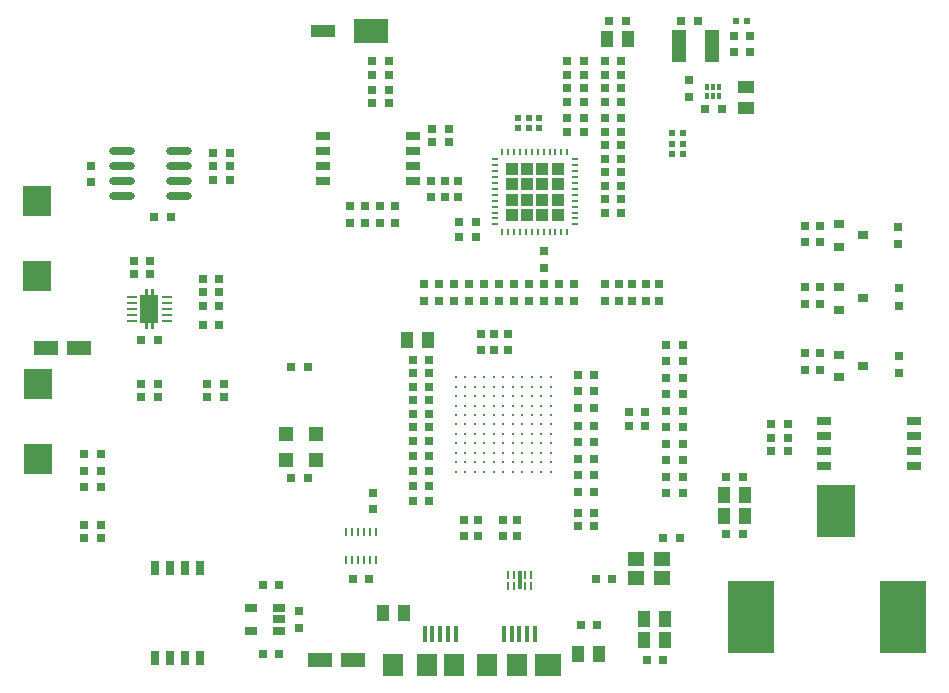
<source format=gtp>
%FSLAX25Y25*%
%MOIN*%
G70*
G01*
G75*
G04 Layer_Color=8421504*
%ADD10C,0.01100*%
%ADD11C,0.01200*%
%ADD12C,0.03937*%
%ADD13R,0.04449X0.05787*%
%ADD14C,0.00945*%
%ADD15R,0.03937X0.02756*%
%ADD16R,0.00984X0.02362*%
%ADD17R,0.02362X0.00984*%
%ADD18R,0.20079X0.20079*%
%ADD19R,0.03347X0.01102*%
%ADD20R,0.06496X0.09449*%
%ADD21O,0.08661X0.02362*%
%ADD22R,0.05512X0.04724*%
%ADD23R,0.01969X0.01969*%
%ADD24R,0.01063X0.03150*%
%ADD25R,0.05079X0.10709*%
%ADD26R,0.03000X0.03000*%
%ADD27R,0.01181X0.01929*%
%ADD28R,0.01181X0.02047*%
%ADD29R,0.05787X0.04449*%
%ADD30R,0.15354X0.24410*%
%ADD31R,0.12992X0.17323*%
%ADD32R,0.03000X0.03000*%
%ADD33R,0.05000X0.02992*%
%ADD34R,0.01969X0.01969*%
%ADD35R,0.05118X0.04921*%
%ADD36R,0.03543X0.03150*%
%ADD37R,0.03100X0.03100*%
%ADD38R,0.00787X0.02658*%
%ADD39R,0.01496X0.06100*%
%ADD40R,0.02992X0.05000*%
%ADD41R,0.01200X0.05300*%
%ADD42R,0.09100X0.07500*%
%ADD43R,0.07100X0.07500*%
%ADD44R,0.09449X0.10236*%
%ADD45R,0.07874X0.04724*%
%ADD46R,0.07874X0.03937*%
%ADD47R,0.11811X0.07874*%
%ADD48C,0.01500*%
%ADD49C,0.00500*%
%ADD50C,0.00800*%
%ADD51C,0.01000*%
%ADD52C,0.02500*%
%ADD53C,0.02000*%
%ADD54C,0.00600*%
%ADD55R,0.05906X0.05906*%
%ADD56C,0.05906*%
%ADD57C,0.07874*%
%ADD58C,0.07000*%
%ADD59C,0.09000*%
%ADD60C,0.12500*%
%ADD61C,0.06000*%
%ADD62C,0.01969*%
%ADD63C,0.03100*%
%ADD64C,0.01400*%
%ADD65C,0.04000*%
%ADD66C,0.05543*%
%ADD67C,0.09874*%
%ADD68C,0.05937*%
%ADD69C,0.07500*%
%ADD70C,0.14500*%
%ADD71C,0.04800*%
%ADD72C,0.03400*%
%ADD73C,0.02700*%
%ADD74C,0.08000*%
%ADD75C,0.02787*%
%ADD76C,0.00984*%
%ADD77C,0.00787*%
%ADD78C,0.02362*%
%ADD79C,0.00394*%
%ADD80C,0.01575*%
%ADD81C,0.01600*%
%ADD82R,0.04331X0.04331*%
G36*
X50567Y117339D02*
X49464D01*
Y119307D01*
X50567D01*
Y117339D01*
D02*
G37*
G36*
X48598D02*
X47496D01*
Y119307D01*
X48598D01*
Y117339D01*
D02*
G37*
G36*
X50567Y128756D02*
X49464D01*
Y130724D01*
X50567D01*
Y128756D01*
D02*
G37*
G36*
X48598D02*
X47496D01*
Y130724D01*
X48598D01*
Y128756D01*
D02*
G37*
D13*
X127016Y22500D02*
D03*
X133984D02*
D03*
X135016Y113500D02*
D03*
X141984D02*
D03*
X214016Y13500D02*
D03*
X220984D02*
D03*
X240516Y55000D02*
D03*
X247484D02*
D03*
X240516Y62000D02*
D03*
X247484D02*
D03*
X208484Y214000D02*
D03*
X201516D02*
D03*
X198984Y9000D02*
D03*
X192016D02*
D03*
X214016Y20500D02*
D03*
X220984D02*
D03*
D14*
X151252Y72902D02*
D03*
Y69752D02*
D03*
Y76051D02*
D03*
X154402D02*
D03*
Y69752D02*
D03*
X157551D02*
D03*
X154402Y72902D02*
D03*
X157551D02*
D03*
X151252Y79201D02*
D03*
X154402D02*
D03*
X157551D02*
D03*
X151252Y82350D02*
D03*
X154402D02*
D03*
X151252Y85500D02*
D03*
X160701Y69752D02*
D03*
Y72902D02*
D03*
X163850Y69752D02*
D03*
X160701Y76051D02*
D03*
X163850Y72902D02*
D03*
X157551Y76051D02*
D03*
Y82350D02*
D03*
X160701Y79201D02*
D03*
X163850Y76051D02*
D03*
X167000D02*
D03*
X160701Y82350D02*
D03*
X163850Y79201D02*
D03*
Y82350D02*
D03*
X151252Y88650D02*
D03*
X154402Y85500D02*
D03*
X151252Y91799D02*
D03*
X154402Y88650D02*
D03*
X157551D02*
D03*
Y85500D02*
D03*
X154402Y91799D02*
D03*
X157551D02*
D03*
X151252Y94949D02*
D03*
X154402D02*
D03*
X151252Y101248D02*
D03*
Y98098D02*
D03*
X154402D02*
D03*
X157551Y94949D02*
D03*
X154402Y101248D02*
D03*
X157551Y98098D02*
D03*
Y101248D02*
D03*
X160701Y88650D02*
D03*
Y85500D02*
D03*
Y94949D02*
D03*
Y91799D02*
D03*
X163850Y85500D02*
D03*
Y94949D02*
D03*
Y88650D02*
D03*
Y91799D02*
D03*
X160701Y101248D02*
D03*
X163850Y98098D02*
D03*
X167000D02*
D03*
X160701D02*
D03*
X167000Y101248D02*
D03*
X163850D02*
D03*
X167000Y69752D02*
D03*
X170150D02*
D03*
X167000Y72902D02*
D03*
X170150D02*
D03*
X173299D02*
D03*
Y69752D02*
D03*
X170150Y76051D02*
D03*
X176449Y72902D02*
D03*
X167000Y79201D02*
D03*
X170150D02*
D03*
X167000Y82350D02*
D03*
X170150D02*
D03*
X173299Y76051D02*
D03*
X176449D02*
D03*
X173299Y79201D02*
D03*
X176449D02*
D03*
X173299Y82350D02*
D03*
X176449Y69752D02*
D03*
X179598D02*
D03*
Y76051D02*
D03*
Y72902D02*
D03*
X182748D02*
D03*
Y69752D02*
D03*
X179598Y79201D02*
D03*
X182748D02*
D03*
X176449Y82350D02*
D03*
X179598D02*
D03*
X182748D02*
D03*
Y76051D02*
D03*
X167000Y85500D02*
D03*
Y88650D02*
D03*
X170150Y85500D02*
D03*
Y88650D02*
D03*
X173299Y85500D02*
D03*
X170150Y91799D02*
D03*
X173299Y88650D02*
D03*
X167000Y94949D02*
D03*
Y91799D02*
D03*
X170150Y101248D02*
D03*
Y98098D02*
D03*
Y94949D02*
D03*
X173299Y91799D02*
D03*
Y101248D02*
D03*
Y94949D02*
D03*
Y98098D02*
D03*
X176449Y85500D02*
D03*
X179598D02*
D03*
X176449Y91799D02*
D03*
Y88650D02*
D03*
X179598D02*
D03*
X182748Y85500D02*
D03*
X179598Y91799D02*
D03*
X182748Y88650D02*
D03*
Y91799D02*
D03*
X176449Y94949D02*
D03*
X179598D02*
D03*
X176449Y101248D02*
D03*
Y98098D02*
D03*
X179598D02*
D03*
X182748Y94949D02*
D03*
X179598Y101248D02*
D03*
X182748Y98098D02*
D03*
Y101248D02*
D03*
D15*
X82776Y16760D02*
D03*
Y24240D02*
D03*
X92225Y16760D02*
D03*
Y24240D02*
D03*
Y20500D02*
D03*
D16*
X168642Y149614D02*
D03*
X166673D02*
D03*
X174547D02*
D03*
X170610D02*
D03*
X172579D02*
D03*
X166673Y176386D02*
D03*
X168642D02*
D03*
X174547D02*
D03*
X170610D02*
D03*
X172579D02*
D03*
X180453Y149614D02*
D03*
X176516D02*
D03*
X178484D02*
D03*
X186358D02*
D03*
X182421D02*
D03*
X184390D02*
D03*
X188327D02*
D03*
X176516Y176386D02*
D03*
X178484D02*
D03*
X184390D02*
D03*
X180453D02*
D03*
X182421D02*
D03*
X186358D02*
D03*
X188327D02*
D03*
D17*
X164114Y152173D02*
D03*
Y156110D02*
D03*
Y154142D02*
D03*
Y160047D02*
D03*
Y158079D02*
D03*
Y167921D02*
D03*
Y171858D02*
D03*
Y169890D02*
D03*
Y162016D02*
D03*
Y165953D02*
D03*
Y163984D02*
D03*
Y173827D02*
D03*
X190886Y156110D02*
D03*
Y152173D02*
D03*
Y154142D02*
D03*
Y160047D02*
D03*
Y158079D02*
D03*
Y162016D02*
D03*
Y165953D02*
D03*
Y163984D02*
D03*
Y167921D02*
D03*
Y171858D02*
D03*
Y169890D02*
D03*
Y173827D02*
D03*
D19*
X43224Y122063D02*
D03*
Y120095D02*
D03*
Y126000D02*
D03*
Y124031D02*
D03*
Y127969D02*
D03*
X54839Y120095D02*
D03*
Y122063D02*
D03*
Y124031D02*
D03*
Y126000D02*
D03*
Y127969D02*
D03*
D20*
X49031Y124031D02*
D03*
D21*
X40051Y161500D02*
D03*
Y166500D02*
D03*
Y171500D02*
D03*
Y176500D02*
D03*
X58949Y161500D02*
D03*
Y171500D02*
D03*
Y166500D02*
D03*
Y176500D02*
D03*
D22*
X211169Y34350D02*
D03*
Y40650D02*
D03*
X219831Y34350D02*
D03*
Y40650D02*
D03*
D23*
X226772Y175500D02*
D03*
X223228D02*
D03*
X226772Y179000D02*
D03*
X223228D02*
D03*
X226772Y182500D02*
D03*
X223228D02*
D03*
X248272Y220000D02*
D03*
X244728D02*
D03*
D24*
X114579Y40276D02*
D03*
X116547D02*
D03*
X118516D02*
D03*
X120484D02*
D03*
X122453D02*
D03*
X124421D02*
D03*
X114579Y49724D02*
D03*
X116547D02*
D03*
X118516D02*
D03*
X120484D02*
D03*
X122453D02*
D03*
X124421D02*
D03*
D25*
X225468Y211500D02*
D03*
X236531D02*
D03*
D26*
X243750Y209500D02*
D03*
X249250D02*
D03*
Y215000D02*
D03*
X243750D02*
D03*
X234250Y190500D02*
D03*
X239750D02*
D03*
X200750Y206500D02*
D03*
X206250D02*
D03*
X200750Y183000D02*
D03*
X206250D02*
D03*
X200750Y193000D02*
D03*
X206250D02*
D03*
Y202000D02*
D03*
X200750D02*
D03*
X206250Y187500D02*
D03*
X200750D02*
D03*
X206250Y197500D02*
D03*
X200750D02*
D03*
X193750Y206500D02*
D03*
X188250D02*
D03*
X123250D02*
D03*
X128750D02*
D03*
X206250Y165000D02*
D03*
X200750D02*
D03*
X206250Y156000D02*
D03*
X200750D02*
D03*
X143250Y179500D02*
D03*
X148750D02*
D03*
X143250Y184000D02*
D03*
X148750D02*
D03*
X206250Y174000D02*
D03*
X200750D02*
D03*
X206250Y178500D02*
D03*
X200750D02*
D03*
X206250Y169500D02*
D03*
X200750D02*
D03*
X188250Y183000D02*
D03*
X193750D02*
D03*
X188250Y187500D02*
D03*
X193750D02*
D03*
Y202000D02*
D03*
X188250D02*
D03*
X193750Y197500D02*
D03*
X188250D02*
D03*
X193750Y193000D02*
D03*
X188250D02*
D03*
X123250Y202000D02*
D03*
X128750D02*
D03*
X123250Y197000D02*
D03*
X128750D02*
D03*
X123250Y192500D02*
D03*
X128750D02*
D03*
X152250Y153000D02*
D03*
X157750D02*
D03*
X152250Y148000D02*
D03*
X157750D02*
D03*
X101750Y67500D02*
D03*
X96250D02*
D03*
X142250Y107000D02*
D03*
X136750D02*
D03*
X32750Y47500D02*
D03*
X27250D02*
D03*
X70250Y167000D02*
D03*
X75750D02*
D03*
X75750Y171500D02*
D03*
X70250D02*
D03*
X75750Y176000D02*
D03*
X70250D02*
D03*
X72281Y118532D02*
D03*
X66781D02*
D03*
X66750Y125000D02*
D03*
X72250D02*
D03*
X66781Y129532D02*
D03*
X72281D02*
D03*
X27250Y75500D02*
D03*
X32750D02*
D03*
X27250Y70000D02*
D03*
X32750D02*
D03*
X27250Y64500D02*
D03*
X32750D02*
D03*
X92250Y9000D02*
D03*
X86750D02*
D03*
X221250Y73500D02*
D03*
X226750D02*
D03*
X221250Y84500D02*
D03*
X226750D02*
D03*
X221250Y95500D02*
D03*
X226750D02*
D03*
Y68000D02*
D03*
X221250D02*
D03*
X226750Y79000D02*
D03*
X221250D02*
D03*
X226750Y90000D02*
D03*
X221250D02*
D03*
X68250Y94500D02*
D03*
X73750D02*
D03*
X68250Y99000D02*
D03*
X73750D02*
D03*
X226750Y101000D02*
D03*
X221250D02*
D03*
X226750Y106500D02*
D03*
X221250D02*
D03*
X226750Y112000D02*
D03*
X221250D02*
D03*
Y62500D02*
D03*
X226750D02*
D03*
X261750Y85500D02*
D03*
X256250D02*
D03*
X261750Y81000D02*
D03*
X256250D02*
D03*
X261750Y76500D02*
D03*
X256250D02*
D03*
X220250Y47500D02*
D03*
X225750D02*
D03*
X203250Y34000D02*
D03*
X197750D02*
D03*
X116750D02*
D03*
X122250D02*
D03*
X27250Y52000D02*
D03*
X32750D02*
D03*
X50700Y154500D02*
D03*
X56200D02*
D03*
X51781Y113531D02*
D03*
X46281D02*
D03*
X72300Y134000D02*
D03*
X66800D02*
D03*
X43782Y135531D02*
D03*
X49281D02*
D03*
X49300Y140000D02*
D03*
X43800D02*
D03*
X191750Y74000D02*
D03*
X197250D02*
D03*
X191750Y68500D02*
D03*
X197250D02*
D03*
X208750Y85000D02*
D03*
X214250D02*
D03*
X208750Y89500D02*
D03*
X214250D02*
D03*
X191750Y91000D02*
D03*
X197250D02*
D03*
X191750Y96500D02*
D03*
X197250D02*
D03*
X96250Y104500D02*
D03*
X101750D02*
D03*
X142250Y93500D02*
D03*
X136750D02*
D03*
X241250Y68000D02*
D03*
X246750D02*
D03*
X191750Y79500D02*
D03*
X197250D02*
D03*
X241250Y49000D02*
D03*
X246750D02*
D03*
X191750Y63000D02*
D03*
X197250D02*
D03*
X214750Y7000D02*
D03*
X220250D02*
D03*
X191750Y56000D02*
D03*
X197250D02*
D03*
X191750Y51500D02*
D03*
X197250D02*
D03*
X142250Y80000D02*
D03*
X136750D02*
D03*
X191750Y102000D02*
D03*
X197250D02*
D03*
X191750Y85000D02*
D03*
X197250D02*
D03*
X142250Y89000D02*
D03*
X136750D02*
D03*
X142250Y60000D02*
D03*
X136750D02*
D03*
X142250Y98000D02*
D03*
X136750D02*
D03*
X142250Y102500D02*
D03*
X136750D02*
D03*
X142250Y65000D02*
D03*
X136750D02*
D03*
X142250Y70000D02*
D03*
X136750D02*
D03*
X142250Y75000D02*
D03*
X136750D02*
D03*
X51750Y94500D02*
D03*
X46250D02*
D03*
X51750Y99000D02*
D03*
X46250D02*
D03*
X86750Y32000D02*
D03*
X92250D02*
D03*
X192750Y18500D02*
D03*
X198250D02*
D03*
X136750Y84500D02*
D03*
X142250D02*
D03*
X200750Y160500D02*
D03*
X206250D02*
D03*
X202250Y220000D02*
D03*
X207750D02*
D03*
X226250D02*
D03*
X231750D02*
D03*
D27*
X238968Y194968D02*
D03*
X237000D02*
D03*
X235032D02*
D03*
Y198000D02*
D03*
X237000D02*
D03*
D28*
X238968D02*
D03*
D29*
X248000Y191016D02*
D03*
Y197984D02*
D03*
D30*
X249606Y21272D02*
D03*
X300394D02*
D03*
D31*
X277756Y56705D02*
D03*
D32*
X229000Y194750D02*
D03*
Y200250D02*
D03*
X131000Y152750D02*
D03*
Y158250D02*
D03*
X126000Y152750D02*
D03*
Y158250D02*
D03*
X121000Y152750D02*
D03*
Y158250D02*
D03*
X116000Y152750D02*
D03*
Y158250D02*
D03*
X180500Y137750D02*
D03*
Y143250D02*
D03*
X143000Y166750D02*
D03*
Y161250D02*
D03*
X147500Y166750D02*
D03*
Y161250D02*
D03*
X152000Y166750D02*
D03*
Y161250D02*
D03*
X267500Y151750D02*
D03*
Y146250D02*
D03*
X272500Y146250D02*
D03*
Y151750D02*
D03*
X272500Y125750D02*
D03*
Y131250D02*
D03*
X123500Y62750D02*
D03*
Y57250D02*
D03*
X185500Y132250D02*
D03*
Y126750D02*
D03*
X180500Y132250D02*
D03*
Y126750D02*
D03*
X175500Y132250D02*
D03*
Y126750D02*
D03*
X170500Y132250D02*
D03*
Y126750D02*
D03*
X165500Y132250D02*
D03*
Y126750D02*
D03*
X160500Y132250D02*
D03*
Y126750D02*
D03*
X155500Y132250D02*
D03*
Y126750D02*
D03*
X150500Y132250D02*
D03*
Y126750D02*
D03*
X190500Y132250D02*
D03*
Y126750D02*
D03*
X214500Y132250D02*
D03*
Y126750D02*
D03*
X219000Y132250D02*
D03*
Y126750D02*
D03*
X201000Y132250D02*
D03*
Y126750D02*
D03*
X205500Y132250D02*
D03*
Y126750D02*
D03*
X210000Y132250D02*
D03*
Y126750D02*
D03*
X154000Y53750D02*
D03*
Y48250D02*
D03*
X29500Y171800D02*
D03*
Y166300D02*
D03*
X159500Y110250D02*
D03*
Y115750D02*
D03*
X158500Y53750D02*
D03*
Y48250D02*
D03*
X168500Y110250D02*
D03*
Y115750D02*
D03*
X164000Y110250D02*
D03*
Y115750D02*
D03*
X99000Y17750D02*
D03*
Y23250D02*
D03*
X171500Y48250D02*
D03*
Y53750D02*
D03*
X167000Y48250D02*
D03*
Y53750D02*
D03*
X272500Y109250D02*
D03*
Y103750D02*
D03*
X267500Y103750D02*
D03*
Y109250D02*
D03*
Y131250D02*
D03*
Y125750D02*
D03*
X145500Y126750D02*
D03*
Y132250D02*
D03*
X140500Y126750D02*
D03*
Y132250D02*
D03*
D33*
X107000Y181500D02*
D03*
Y176500D02*
D03*
Y171500D02*
D03*
Y166500D02*
D03*
X137000Y181500D02*
D03*
Y176500D02*
D03*
Y171500D02*
D03*
Y166500D02*
D03*
X274000Y86500D02*
D03*
Y81500D02*
D03*
Y76500D02*
D03*
Y71500D02*
D03*
X304000Y86500D02*
D03*
Y81500D02*
D03*
Y76500D02*
D03*
Y71500D02*
D03*
D34*
X172000Y187772D02*
D03*
Y184228D02*
D03*
X175500Y187772D02*
D03*
Y184228D02*
D03*
X179000Y187772D02*
D03*
Y184228D02*
D03*
D35*
X104500Y82429D02*
D03*
X94500Y73571D02*
D03*
Y82429D02*
D03*
X104500Y73571D02*
D03*
D36*
X279063Y108740D02*
D03*
Y101260D02*
D03*
X286937Y105000D02*
D03*
X279063Y152240D02*
D03*
Y144760D02*
D03*
X286937Y148500D02*
D03*
Y127500D02*
D03*
X279063Y123760D02*
D03*
Y131240D02*
D03*
D37*
X298500Y151450D02*
D03*
Y145550D02*
D03*
X299000Y130950D02*
D03*
Y125050D02*
D03*
Y102550D02*
D03*
Y108450D02*
D03*
D38*
X176400Y31800D02*
D03*
X174400D02*
D03*
X170600D02*
D03*
X168600D02*
D03*
Y35200D02*
D03*
X170600D02*
D03*
X174400D02*
D03*
X176400D02*
D03*
D39*
X172500Y33500D02*
D03*
D40*
X51000Y7500D02*
D03*
X56000D02*
D03*
X61000D02*
D03*
X66000D02*
D03*
X51000Y37500D02*
D03*
X56000D02*
D03*
X61000D02*
D03*
X66000D02*
D03*
D41*
X143350Y15775D02*
D03*
X145950D02*
D03*
X172350D02*
D03*
X151150D02*
D03*
X148550D02*
D03*
X140750D02*
D03*
X169750D02*
D03*
X167150D02*
D03*
X177550D02*
D03*
X174950D02*
D03*
D42*
X181800Y5225D02*
D03*
D43*
X171500D02*
D03*
X161700Y5275D02*
D03*
X150450D02*
D03*
X141450D02*
D03*
X130200D02*
D03*
D44*
X11500Y134902D02*
D03*
Y160099D02*
D03*
X12000Y73902D02*
D03*
Y99098D02*
D03*
D45*
X117012Y7000D02*
D03*
X105988D02*
D03*
X25512Y111000D02*
D03*
X14488D02*
D03*
D46*
X106900Y216535D02*
D03*
D47*
X123031D02*
D03*
D82*
X169823Y155323D02*
D03*
Y160441D02*
D03*
X174941Y155323D02*
D03*
Y160441D02*
D03*
X169823Y170677D02*
D03*
Y165559D02*
D03*
X174941D02*
D03*
Y170677D02*
D03*
X180059Y155323D02*
D03*
Y160441D02*
D03*
X185177D02*
D03*
Y155323D02*
D03*
X180059Y165559D02*
D03*
Y170677D02*
D03*
X185177Y165559D02*
D03*
Y170677D02*
D03*
M02*

</source>
